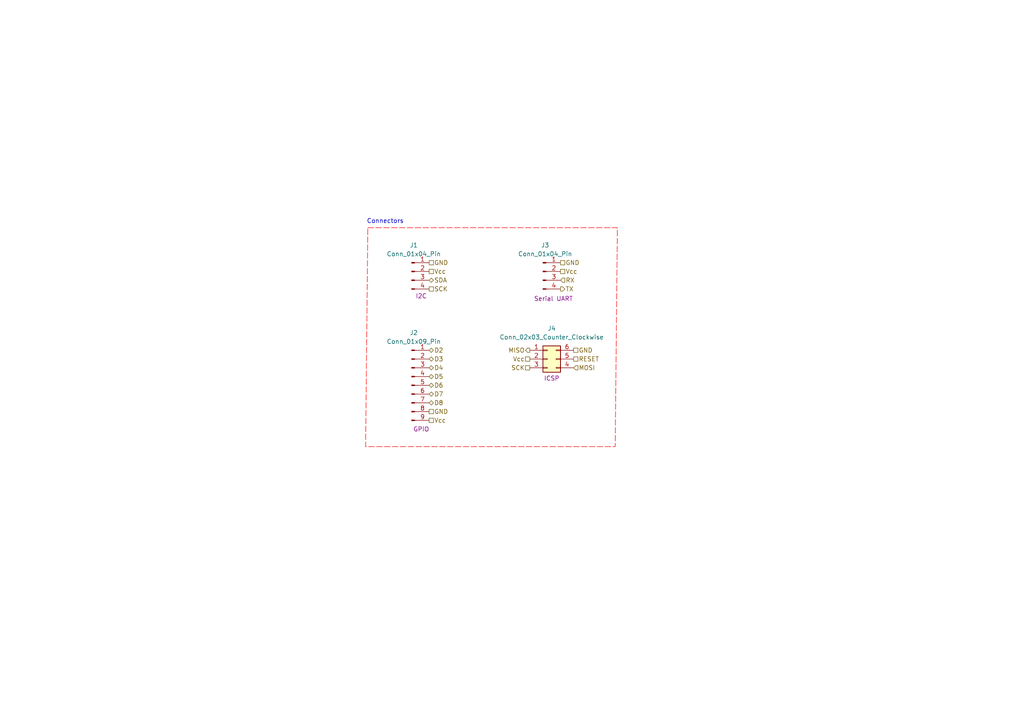
<source format=kicad_sch>
(kicad_sch (version 20250114) (generator "eeschema") (generator_version "9.0")
  (paper "A4")
  (lib_symbols
    (symbol "Conn_01x04_Pin_2" (pin_names (offset 1.016) (hide yes))
      (property "Reference" "J" (at 0 5.08 0))
      (property "Value" "Conn_01x04_Pin" (at 0 -7.62 0))
      (symbol "Conn_01x04_Pin_2_1_1"
        (rectangle (start 0.8636 2.667) (end 0 2.413) (stroke (width 0.1524)) (fill (type outline)))
        (rectangle (start 0.8636 0.127) (end 0 -0.127) (stroke (width 0.1524)) (fill (type outline)))
        (rectangle (start 0.8636 -2.413) (end 0 -2.667) (stroke (width 0.1524)) (fill (type outline)))
        (rectangle (start 0.8636 -4.953) (end 0 -5.207) (stroke (width 0.1524)) (fill (type outline)))
        (polyline (pts (xy 1.27 2.54) (xy 0.8636 2.54)) (stroke (width 0.1524)))
        (polyline (pts (xy 1.27 0) (xy 0.8636 0)) (stroke (width 0.1524)))
        (polyline (pts (xy 1.27 -2.54) (xy 0.8636 -2.54)) (stroke (width 0.1524)))
        (polyline (pts (xy 1.27 -5.08) (xy 0.8636 -5.08)) (stroke (width 0.1524)))
        (pin passive line (at 5.08 2.54 180) (length 3.81) (name "Pin_1") (number "1"))
        (pin passive line (at 5.08 0 180) (length 3.81) (name "Pin_2") (number "2"))
        (pin passive line (at 5.08 -2.54 180) (length 3.81) (name "Pin_3") (number "3"))
        (pin passive line (at 5.08 -5.08 180) (length 3.81) (name "Pin_4") (number "4"))
      )
    )
    (symbol "Conn_01x04_Pin_3" (pin_names (offset 1.016) (hide yes))
      (property "Reference" "J" (at 0 5.08 0))
      (property "Value" "Conn_01x04_Pin" (at 0 -7.62 0))
      (symbol "Conn_01x04_Pin_3_1_1"
        (rectangle (start 0.8636 2.667) (end 0 2.413) (stroke (width 0.1524)) (fill (type outline)))
        (rectangle (start 0.8636 0.127) (end 0 -0.127) (stroke (width 0.1524)) (fill (type outline)))
        (rectangle (start 0.8636 -2.413) (end 0 -2.667) (stroke (width 0.1524)) (fill (type outline)))
        (rectangle (start 0.8636 -4.953) (end 0 -5.207) (stroke (width 0.1524)) (fill (type outline)))
        (polyline (pts (xy 1.27 2.54) (xy 0.8636 2.54)) (stroke (width 0.1524)))
        (polyline (pts (xy 1.27 0) (xy 0.8636 0)) (stroke (width 0.1524)))
        (polyline (pts (xy 1.27 -2.54) (xy 0.8636 -2.54)) (stroke (width 0.1524)))
        (polyline (pts (xy 1.27 -5.08) (xy 0.8636 -5.08)) (stroke (width 0.1524)))
        (pin passive line (at 5.08 2.54 180) (length 3.81) (name "Pin_1") (number "1"))
        (pin passive line (at 5.08 0 180) (length 3.81) (name "Pin_2") (number "2"))
        (pin passive line (at 5.08 -2.54 180) (length 3.81) (name "Pin_3") (number "3"))
        (pin passive line (at 5.08 -5.08 180) (length 3.81) (name "Pin_4") (number "4"))
      )
    )
    (symbol "Conn_01x09_Pin_1" (pin_names (offset 1.016) (hide yes))
      (property "Reference" "J" (at 0 12.7 0))
      (property "Value" "Conn_01x09_Pin" (at 0 -12.7 0))
      (symbol "Conn_01x09_Pin_1_1_1"
        (rectangle (start 0.8636 10.287) (end 0 10.033) (stroke (width 0.1524)) (fill (type outline)))
        (rectangle (start 0.8636 7.747) (end 0 7.493) (stroke (width 0.1524)) (fill (type outline)))
        (rectangle (start 0.8636 5.207) (end 0 4.953) (stroke (width 0.1524)) (fill (type outline)))
        (rectangle (start 0.8636 2.667) (end 0 2.413) (stroke (width 0.1524)) (fill (type outline)))
        (rectangle (start 0.8636 0.127) (end 0 -0.127) (stroke (width 0.1524)) (fill (type outline)))
        (rectangle (start 0.8636 -2.413) (end 0 -2.667) (stroke (width 0.1524)) (fill (type outline)))
        (rectangle (start 0.8636 -4.953) (end 0 -5.207) (stroke (width 0.1524)) (fill (type outline)))
        (rectangle (start 0.8636 -7.493) (end 0 -7.747) (stroke (width 0.1524)) (fill (type outline)))
        (rectangle (start 0.8636 -10.033) (end 0 -10.287) (stroke (width 0.1524)) (fill (type outline)))
        (polyline (pts (xy 1.27 10.16) (xy 0.8636 10.16)) (stroke (width 0.1524)))
        (polyline (pts (xy 1.27 7.62) (xy 0.8636 7.62)) (stroke (width 0.1524)))
        (polyline (pts (xy 1.27 5.08) (xy 0.8636 5.08)) (stroke (width 0.1524)))
        (polyline (pts (xy 1.27 2.54) (xy 0.8636 2.54)) (stroke (width 0.1524)))
        (polyline (pts (xy 1.27 0) (xy 0.8636 0)) (stroke (width 0.1524)))
        (polyline (pts (xy 1.27 -2.54) (xy 0.8636 -2.54)) (stroke (width 0.1524)))
        (polyline (pts (xy 1.27 -5.08) (xy 0.8636 -5.08)) (stroke (width 0.1524)))
        (polyline (pts (xy 1.27 -7.62) (xy 0.8636 -7.62)) (stroke (width 0.1524)))
        (polyline (pts (xy 1.27 -10.16) (xy 0.8636 -10.16)) (stroke (width 0.1524)))
        (pin passive line (at 5.08 10.16 180) (length 3.81) (name "Pin_1") (number "1"))
        (pin passive line (at 5.08 7.62 180) (length 3.81) (name "Pin_2") (number "2"))
        (pin passive line (at 5.08 5.08 180) (length 3.81) (name "Pin_3") (number "3"))
        (pin passive line (at 5.08 2.54 180) (length 3.81) (name "Pin_4") (number "4"))
        (pin passive line (at 5.08 0 180) (length 3.81) (name "Pin_5") (number "5"))
        (pin passive line (at 5.08 -2.54 180) (length 3.81) (name "Pin_6") (number "6"))
        (pin passive line (at 5.08 -5.08 180) (length 3.81) (name "Pin_7") (number "7"))
        (pin passive line (at 5.08 -7.62 180) (length 3.81) (name "Pin_8") (number "8"))
        (pin passive line (at 5.08 -10.16 180) (length 3.81) (name "Pin_9") (number "9"))
      )
    )
    (symbol "Conn_02x03_Counter_Clockwise_1" (pin_names (offset 1.016) (hide yes))
      (property "Reference" "J" (at 1.27 5.08 0))
      (property "Value" "Conn_02x03_Counter_Clockwise" (at 1.27 -5.08 0))
      (symbol "Conn_02x03_Counter_Clockwise_1_1_1"
        (rectangle (start -1.27 3.81) (end 3.81 -3.81) (stroke (width 0.254)) (fill (type background)))
        (rectangle (start -1.27 2.667) (end 0 2.413) (stroke (width 0.1524)))
        (rectangle (start -1.27 0.127) (end 0 -0.127) (stroke (width 0.1524)))
        (rectangle (start -1.27 -2.413) (end 0 -2.667) (stroke (width 0.1524)))
        (rectangle (start 3.81 2.667) (end 2.54 2.413) (stroke (width 0.1524)))
        (rectangle (start 3.81 0.127) (end 2.54 -0.127) (stroke (width 0.1524)))
        (rectangle (start 3.81 -2.413) (end 2.54 -2.667) (stroke (width 0.1524)))
        (pin passive line (at -5.08 2.54 0) (length 3.81) (name "Pin_1") (number "1"))
        (pin passive line (at -5.08 0 0) (length 3.81) (name "Pin_2") (number "2"))
        (pin passive line (at -5.08 -2.54 0) (length 3.81) (name "Pin_3") (number "3"))
        (pin passive line (at 7.62 2.54 180) (length 3.81) (name "Pin_6") (number "6"))
        (pin passive line (at 7.62 0 180) (length 3.81) (name "Pin_5") (number "5"))
        (pin passive line (at 7.62 -2.54 180) (length 3.81) (name "Pin_4") (number "4"))
      )
    )
  )
  (text "Connectors" (at 111.76 64.262 0) (effects (font (size 1.27 1.27))))
  (hierarchical_label "D3" (shape tri_state) (at 124.46 104.14 0))
  (hierarchical_label "RX" (shape input) (at 162.56 81.28 0))
  (hierarchical_label "D6" (shape tri_state) (at 124.46 111.76 0))
  (hierarchical_label "SDA" (shape tri_state) (at 124.46 81.28 0))
  (hierarchical_label "D2" (shape tri_state) (at 124.46 101.6 0))
  (hierarchical_label "Vcc" (shape passive) (at 124.46 121.92 0))
  (hierarchical_label "MISO" (shape output) (at 153.67 101.6 180))
  (hierarchical_label "Vcc" (shape passive) (at 124.46 78.74 0))
  (hierarchical_label "GND" (shape passive) (at 166.37 101.6 0))
  (hierarchical_label "D8" (shape tri_state) (at 124.46 116.84 0))
  (hierarchical_label "RESET" (shape passive) (at 166.37 104.14 0))
  (hierarchical_label "Vcc" (shape passive) (at 153.67 104.14 180))
  (hierarchical_label "D7" (shape tri_state) (at 124.46 114.3 0))
  (hierarchical_label "SCK" (shape passive) (at 153.67 106.68 180))
  (hierarchical_label "TX" (shape output) (at 162.56 83.82 0))
  (hierarchical_label "D4" (shape tri_state) (at 124.46 106.68 0))
  (hierarchical_label "GND" (shape passive) (at 124.46 76.2 0))
  (hierarchical_label "GND" (shape passive) (at 162.56 76.2 0))
  (hierarchical_label "MOSI" (shape input) (at 166.37 106.68 0))
  (hierarchical_label "D5" (shape tri_state) (at 124.46 109.22 0))
  (hierarchical_label "SCK" (shape passive) (at 124.46 83.82 0))
  (hierarchical_label "GND" (shape passive) (at 124.46 119.38 0))
  (hierarchical_label "Vcc" (shape passive) (at 162.56 78.74 0))
  (rule_area (polyline (pts (xy 106.68 66.04) (xy 179.07 66.04) (xy 178.435 129.54) (xy 106.045 129.54)) (stroke (width 0) (type dash))))
  (symbol (lib_name "Conn_02x03_Counter_Clockwise_1") (lib_id "Connector_Generic:Conn_02x03_Counter_Clockwise") (at 158.75 104.14 0) (unit 1)
    (property "Reference" "J4" (at 160.02 95.25 0))
    (property "Value" "Conn_02x03_Counter_Clockwise" (at 160.02 97.79 0))
    (property "Footprint" "Connector_PinHeader_2.54mm:PinHeader_2x03_P2.54mm_Vertical" (effects (hide yes)))
    (property "Description" "Generic connector, double row, 02x03, counter clockwise pin numbering scheme (similar to DIP package numbering), script generated (kicad-library-utils/schlib/autogen/connector/)" (effects (hide yes)))
    (property "Purpose" "ICSP" (at 160.02 109.728 0))
  )
  (symbol (lib_name "Conn_01x04_Pin_2") (lib_id "Connector:Conn_01x04_Pin") (at 157.48 78.74 0) (unit 1)
    (property "Reference" "J3" (at 158.115 71.12 0))
    (property "Value" "Conn_01x04_Pin" (at 158.115 73.66 0))
    (property "Footprint" "Connector_PinHeader_2.54mm:PinHeader_1x04_P2.54mm_Vertical" (effects (hide yes)))
    (property "Description" "Generic connector, single row, 01x04, script generated" (effects (hide yes)))
    (property "Purpose" "Serial UART" (at 160.528 86.614 0))
  )
  (symbol (lib_name "Conn_01x04_Pin_3") (lib_id "Connector:Conn_01x04_Pin") (at 119.38 78.74 0) (unit 1)
    (property "Reference" "J1" (at 120.015 71.12 0))
    (property "Value" "Conn_01x04_Pin" (at 120.015 73.66 0))
    (property "Footprint" "Connector_PinHeader_2.54mm:PinHeader_1x04_P2.54mm_Vertical" (effects (hide yes)))
    (property "Description" "Generic connector, single row, 01x04, script generated" (effects (hide yes)))
    (property "Purpose" "I2C" (at 122.174 85.852 0))
  )
  (symbol (lib_name "Conn_01x09_Pin_1") (lib_id "Connector:Conn_01x09_Pin") (at 119.38 111.76 0) (unit 1)
    (property "Reference" "J2" (at 120.015 96.52 0))
    (property "Value" "Conn_01x09_Pin" (at 120.015 99.06 0))
    (property "Footprint" "Connector_PinHeader_2.54mm:PinHeader_1x09_P2.54mm_Vertical" (effects (hide yes)))
    (property "Description" "Generic connector, single row, 01x09, script generated" (effects (hide yes)))
    (property "Purpose" "GPIO" (at 122.174 124.46 0))
  )
)
</source>
